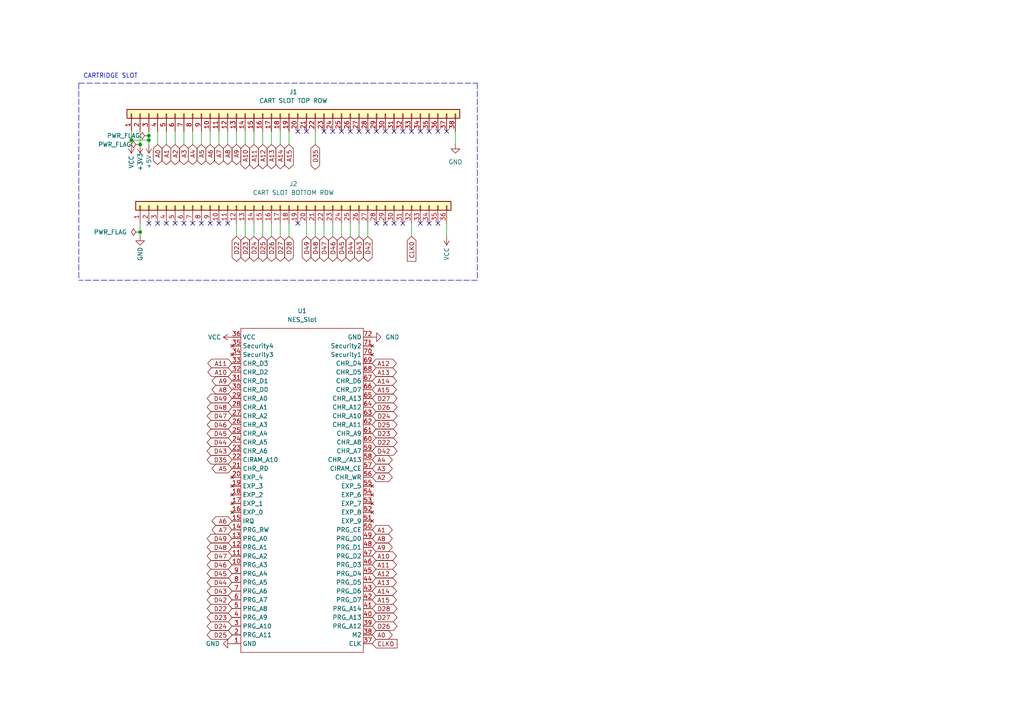
<source format=kicad_sch>
(kicad_sch (version 20210621) (generator eeschema)
  (paper "A4")
  (title_block (title "OSCR NES ADAPTER") (date "2021-11-15") (rev "V1"))
  (lib_symbols
    (symbol "Connector_Generic:Conn_01x36" (pin_names (offset 1.016) hide)
      (property "Reference" "J" (at 0 45.72 0))
      (property "Value" "Conn_01x36" (at 0 -48.26 0))
      (symbol "Conn_01x36_1_1"
        (rectangle (start -1.27 -45.593) (end 0 -45.847) (stroke (width 0.1524)))
        (rectangle (start -1.27 -43.053) (end 0 -43.307) (stroke (width 0.1524)))
        (rectangle (start -1.27 -40.513) (end 0 -40.767) (stroke (width 0.1524)))
        (rectangle (start -1.27 -37.973) (end 0 -38.227) (stroke (width 0.1524)))
        (rectangle (start -1.27 -35.433) (end 0 -35.687) (stroke (width 0.1524)))
        (rectangle (start -1.27 -32.893) (end 0 -33.147) (stroke (width 0.1524)))
        (rectangle (start -1.27 -30.353) (end 0 -30.607) (stroke (width 0.1524)))
        (rectangle (start -1.27 -27.813) (end 0 -28.067) (stroke (width 0.1524)))
        (rectangle (start -1.27 -25.273) (end 0 -25.527) (stroke (width 0.1524)))
        (rectangle (start -1.27 -22.733) (end 0 -22.987) (stroke (width 0.1524)))
        (rectangle (start -1.27 -20.193) (end 0 -20.447) (stroke (width 0.1524)))
        (rectangle (start -1.27 -17.653) (end 0 -17.907) (stroke (width 0.1524)))
        (rectangle (start -1.27 -15.113) (end 0 -15.367) (stroke (width 0.1524)))
        (rectangle (start -1.27 -12.573) (end 0 -12.827) (stroke (width 0.1524)))
        (rectangle (start -1.27 -10.033) (end 0 -10.287) (stroke (width 0.1524)))
        (rectangle (start -1.27 -7.493) (end 0 -7.747) (stroke (width 0.1524)))
        (rectangle (start -1.27 -4.953) (end 0 -5.207) (stroke (width 0.1524)))
        (rectangle (start -1.27 -2.413) (end 0 -2.667) (stroke (width 0.1524)))
        (rectangle (start -1.27 0.127) (end 0 -0.127) (stroke (width 0.1524)))
        (rectangle (start -1.27 2.667) (end 0 2.413) (stroke (width 0.1524)))
        (rectangle (start -1.27 5.207) (end 0 4.953) (stroke (width 0.1524)))
        (rectangle (start -1.27 7.747) (end 0 7.493) (stroke (width 0.1524)))
        (rectangle (start -1.27 10.287) (end 0 10.033) (stroke (width 0.1524)))
        (rectangle (start -1.27 12.827) (end 0 12.573) (stroke (width 0.1524)))
        (rectangle (start -1.27 15.367) (end 0 15.113) (stroke (width 0.1524)))
        (rectangle (start -1.27 17.907) (end 0 17.653) (stroke (width 0.1524)))
        (rectangle (start -1.27 20.447) (end 0 20.193) (stroke (width 0.1524)))
        (rectangle (start -1.27 22.987) (end 0 22.733) (stroke (width 0.1524)))
        (rectangle (start -1.27 25.527) (end 0 25.273) (stroke (width 0.1524)))
        (rectangle (start -1.27 28.067) (end 0 27.813) (stroke (width 0.1524)))
        (rectangle (start -1.27 30.607) (end 0 30.353) (stroke (width 0.1524)))
        (rectangle (start -1.27 33.147) (end 0 32.893) (stroke (width 0.1524)))
        (rectangle (start -1.27 35.687) (end 0 35.433) (stroke (width 0.1524)))
        (rectangle (start -1.27 38.227) (end 0 37.973) (stroke (width 0.1524)))
        (rectangle (start -1.27 40.767) (end 0 40.513) (stroke (width 0.1524)))
        (rectangle (start -1.27 43.307) (end 0 43.053) (stroke (width 0.1524)))
        (rectangle (start -1.27 44.45) (end 1.27 -46.99) (stroke (width 0.254)) (fill (type background)))
        (pin passive line (at -5.08 43.18 0) (length 3.81) (name "Pin_1") (number "1"))
        (pin passive line (at -5.08 20.32 0) (length 3.81) (name "Pin_10") (number "10"))
        (pin passive line (at -5.08 17.78 0) (length 3.81) (name "Pin_11") (number "11"))
        (pin passive line (at -5.08 15.24 0) (length 3.81) (name "Pin_12") (number "12"))
        (pin passive line (at -5.08 12.7 0) (length 3.81) (name "Pin_13") (number "13"))
        (pin passive line (at -5.08 10.16 0) (length 3.81) (name "Pin_14") (number "14"))
        (pin passive line (at -5.08 7.62 0) (length 3.81) (name "Pin_15") (number "15"))
        (pin passive line (at -5.08 5.08 0) (length 3.81) (name "Pin_16") (number "16"))
        (pin passive line (at -5.08 2.54 0) (length 3.81) (name "Pin_17") (number "17"))
        (pin passive line (at -5.08 0 0) (length 3.81) (name "Pin_18") (number "18"))
        (pin passive line (at -5.08 -2.54 0) (length 3.81) (name "Pin_19") (number "19"))
        (pin passive line (at -5.08 40.64 0) (length 3.81) (name "Pin_2") (number "2"))
        (pin passive line (at -5.08 -5.08 0) (length 3.81) (name "Pin_20") (number "20"))
        (pin passive line (at -5.08 -7.62 0) (length 3.81) (name "Pin_21") (number "21"))
        (pin passive line (at -5.08 -10.16 0) (length 3.81) (name "Pin_22") (number "22"))
        (pin passive line (at -5.08 -12.7 0) (length 3.81) (name "Pin_23") (number "23"))
        (pin passive line (at -5.08 -15.24 0) (length 3.81) (name "Pin_24") (number "24"))
        (pin passive line (at -5.08 -17.78 0) (length 3.81) (name "Pin_25") (number "25"))
        (pin passive line (at -5.08 -20.32 0) (length 3.81) (name "Pin_26") (number "26"))
        (pin passive line (at -5.08 -22.86 0) (length 3.81) (name "Pin_27") (number "27"))
        (pin passive line (at -5.08 -25.4 0) (length 3.81) (name "Pin_28") (number "28"))
        (pin passive line (at -5.08 -27.94 0) (length 3.81) (name "Pin_29") (number "29"))
        (pin passive line (at -5.08 38.1 0) (length 3.81) (name "Pin_3") (number "3"))
        (pin passive line (at -5.08 -30.48 0) (length 3.81) (name "Pin_30") (number "30"))
        (pin passive line (at -5.08 -33.02 0) (length 3.81) (name "Pin_31") (number "31"))
        (pin passive line (at -5.08 -35.56 0) (length 3.81) (name "Pin_32") (number "32"))
        (pin passive line (at -5.08 -38.1 0) (length 3.81) (name "Pin_33") (number "33"))
        (pin passive line (at -5.08 -40.64 0) (length 3.81) (name "Pin_34") (number "34"))
        (pin passive line (at -5.08 -43.18 0) (length 3.81) (name "Pin_35") (number "35"))
        (pin passive line (at -5.08 -45.72 0) (length 3.81) (name "Pin_36") (number "36"))
        (pin passive line (at -5.08 35.56 0) (length 3.81) (name "Pin_4") (number "4"))
        (pin passive line (at -5.08 33.02 0) (length 3.81) (name "Pin_5") (number "5"))
        (pin passive line (at -5.08 30.48 0) (length 3.81) (name "Pin_6") (number "6"))
        (pin passive line (at -5.08 27.94 0) (length 3.81) (name "Pin_7") (number "7"))
        (pin passive line (at -5.08 25.4 0) (length 3.81) (name "Pin_8") (number "8"))
        (pin passive line (at -5.08 22.86 0) (length 3.81) (name "Pin_9") (number "9"))
      )
    )
    (symbol "Connector_Generic:Conn_01x38" (pin_names (offset 1.016) hide)
      (property "Reference" "J" (at 0 48.26 0))
      (property "Value" "Conn_01x38" (at 0 -50.8 0))
      (symbol "Conn_01x38_1_1"
        (rectangle (start -1.27 -48.133) (end 0 -48.387) (stroke (width 0.1524)))
        (rectangle (start -1.27 -45.593) (end 0 -45.847) (stroke (width 0.1524)))
        (rectangle (start -1.27 -43.053) (end 0 -43.307) (stroke (width 0.1524)))
        (rectangle (start -1.27 -40.513) (end 0 -40.767) (stroke (width 0.1524)))
        (rectangle (start -1.27 -37.973) (end 0 -38.227) (stroke (width 0.1524)))
        (rectangle (start -1.27 -35.433) (end 0 -35.687) (stroke (width 0.1524)))
        (rectangle (start -1.27 -32.893) (end 0 -33.147) (stroke (width 0.1524)))
        (rectangle (start -1.27 -30.353) (end 0 -30.607) (stroke (width 0.1524)))
        (rectangle (start -1.27 -27.813) (end 0 -28.067) (stroke (width 0.1524)))
        (rectangle (start -1.27 -25.273) (end 0 -25.527) (stroke (width 0.1524)))
        (rectangle (start -1.27 -22.733) (end 0 -22.987) (stroke (width 0.1524)))
        (rectangle (start -1.27 -20.193) (end 0 -20.447) (stroke (width 0.1524)))
        (rectangle (start -1.27 -17.653) (end 0 -17.907) (stroke (width 0.1524)))
        (rectangle (start -1.27 -15.113) (end 0 -15.367) (stroke (width 0.1524)))
        (rectangle (start -1.27 -12.573) (end 0 -12.827) (stroke (width 0.1524)))
        (rectangle (start -1.27 -10.033) (end 0 -10.287) (stroke (width 0.1524)))
        (rectangle (start -1.27 -7.493) (end 0 -7.747) (stroke (width 0.1524)))
        (rectangle (start -1.27 -4.953) (end 0 -5.207) (stroke (width 0.1524)))
        (rectangle (start -1.27 -2.413) (end 0 -2.667) (stroke (width 0.1524)))
        (rectangle (start -1.27 0.127) (end 0 -0.127) (stroke (width 0.1524)))
        (rectangle (start -1.27 2.667) (end 0 2.413) (stroke (width 0.1524)))
        (rectangle (start -1.27 5.207) (end 0 4.953) (stroke (width 0.1524)))
        (rectangle (start -1.27 7.747) (end 0 7.493) (stroke (width 0.1524)))
        (rectangle (start -1.27 10.287) (end 0 10.033) (stroke (width 0.1524)))
        (rectangle (start -1.27 12.827) (end 0 12.573) (stroke (width 0.1524)))
        (rectangle (start -1.27 15.367) (end 0 15.113) (stroke (width 0.1524)))
        (rectangle (start -1.27 17.907) (end 0 17.653) (stroke (width 0.1524)))
        (rectangle (start -1.27 20.447) (end 0 20.193) (stroke (width 0.1524)))
        (rectangle (start -1.27 22.987) (end 0 22.733) (stroke (width 0.1524)))
        (rectangle (start -1.27 25.527) (end 0 25.273) (stroke (width 0.1524)))
        (rectangle (start -1.27 28.067) (end 0 27.813) (stroke (width 0.1524)))
        (rectangle (start -1.27 30.607) (end 0 30.353) (stroke (width 0.1524)))
        (rectangle (start -1.27 33.147) (end 0 32.893) (stroke (width 0.1524)))
        (rectangle (start -1.27 35.687) (end 0 35.433) (stroke (width 0.1524)))
        (rectangle (start -1.27 38.227) (end 0 37.973) (stroke (width 0.1524)))
        (rectangle (start -1.27 40.767) (end 0 40.513) (stroke (width 0.1524)))
        (rectangle (start -1.27 43.307) (end 0 43.053) (stroke (width 0.1524)))
        (rectangle (start -1.27 45.847) (end 0 45.593) (stroke (width 0.1524)))
        (rectangle (start -1.27 46.99) (end 1.27 -49.53) (stroke (width 0.254)) (fill (type background)))
        (pin passive line (at -5.08 45.72 0) (length 3.81) (name "Pin_1") (number "1"))
        (pin passive line (at -5.08 22.86 0) (length 3.81) (name "Pin_10") (number "10"))
        (pin passive line (at -5.08 20.32 0) (length 3.81) (name "Pin_11") (number "11"))
        (pin passive line (at -5.08 17.78 0) (length 3.81) (name "Pin_12") (number "12"))
        (pin passive line (at -5.08 15.24 0) (length 3.81) (name "Pin_13") (number "13"))
        (pin passive line (at -5.08 12.7 0) (length 3.81) (name "Pin_14") (number "14"))
        (pin passive line (at -5.08 10.16 0) (length 3.81) (name "Pin_15") (number "15"))
        (pin passive line (at -5.08 7.62 0) (length 3.81) (name "Pin_16") (number "16"))
        (pin passive line (at -5.08 5.08 0) (length 3.81) (name "Pin_17") (number "17"))
        (pin passive line (at -5.08 2.54 0) (length 3.81) (name "Pin_18") (number "18"))
        (pin passive line (at -5.08 0 0) (length 3.81) (name "Pin_19") (number "19"))
        (pin passive line (at -5.08 43.18 0) (length 3.81) (name "Pin_2") (number "2"))
        (pin passive line (at -5.08 -2.54 0) (length 3.81) (name "Pin_20") (number "20"))
        (pin passive line (at -5.08 -5.08 0) (length 3.81) (name "Pin_21") (number "21"))
        (pin passive line (at -5.08 -7.62 0) (length 3.81) (name "Pin_22") (number "22"))
        (pin passive line (at -5.08 -10.16 0) (length 3.81) (name "Pin_23") (number "23"))
        (pin passive line (at -5.08 -12.7 0) (length 3.81) (name "Pin_24") (number "24"))
        (pin passive line (at -5.08 -15.24 0) (length 3.81) (name "Pin_25") (number "25"))
        (pin passive line (at -5.08 -17.78 0) (length 3.81) (name "Pin_26") (number "26"))
        (pin passive line (at -5.08 -20.32 0) (length 3.81) (name "Pin_27") (number "27"))
        (pin passive line (at -5.08 -22.86 0) (length 3.81) (name "Pin_28") (number "28"))
        (pin passive line (at -5.08 -25.4 0) (length 3.81) (name "Pin_29") (number "29"))
        (pin passive line (at -5.08 40.64 0) (length 3.81) (name "Pin_3") (number "3"))
        (pin passive line (at -5.08 -27.94 0) (length 3.81) (name "Pin_30") (number "30"))
        (pin passive line (at -5.08 -30.48 0) (length 3.81) (name "Pin_31") (number "31"))
        (pin passive line (at -5.08 -33.02 0) (length 3.81) (name "Pin_32") (number "32"))
        (pin passive line (at -5.08 -35.56 0) (length 3.81) (name "Pin_33") (number "33"))
        (pin passive line (at -5.08 -38.1 0) (length 3.81) (name "Pin_34") (number "34"))
        (pin passive line (at -5.08 -40.64 0) (length 3.81) (name "Pin_35") (number "35"))
        (pin passive line (at -5.08 -43.18 0) (length 3.81) (name "Pin_36") (number "36"))
        (pin passive line (at -5.08 -45.72 0) (length 3.81) (name "Pin_37") (number "37"))
        (pin passive line (at -5.08 -48.26 0) (length 3.81) (name "Pin_38") (number "38"))
        (pin passive line (at -5.08 38.1 0) (length 3.81) (name "Pin_4") (number "4"))
        (pin passive line (at -5.08 35.56 0) (length 3.81) (name "Pin_5") (number "5"))
        (pin passive line (at -5.08 33.02 0) (length 3.81) (name "Pin_6") (number "6"))
        (pin passive line (at -5.08 30.48 0) (length 3.81) (name "Pin_7") (number "7"))
        (pin passive line (at -5.08 27.94 0) (length 3.81) (name "Pin_8") (number "8"))
        (pin passive line (at -5.08 25.4 0) (length 3.81) (name "Pin_9") (number "9"))
      )
    )
    (symbol "power:+3.3V" (power) (pin_names (offset 0))
      (property "Value" "+3.3V" (at 0 3.556 0))
      (symbol "+3.3V_0_1"
        (polyline (pts (xy -0.762 1.27) (xy 0 2.54)))
        (polyline (pts (xy 0 0) (xy 0 2.54)))
        (polyline (pts (xy 0 2.54) (xy 0.762 1.27)))
      )
      (symbol "+3.3V_1_1"
        (pin power_in line (at 0 0 90) (length 0) hide (name "+3V3") (number "1"))
      )
    )
    (symbol "power:+5V" (power) (pin_names (offset 0))
      (property "Value" "+5V" (at 0 3.556 0))
      (symbol "+5V_0_1"
        (polyline (pts (xy -0.762 1.27) (xy 0 2.54)))
        (polyline (pts (xy 0 0) (xy 0 2.54)))
        (polyline (pts (xy 0 2.54) (xy 0.762 1.27)))
      )
      (symbol "+5V_1_1"
        (pin power_in line (at 0 0 90) (length 0) hide (name "+5V") (number "1"))
      )
    )
    (symbol "power:GND" (power) (pin_names (offset 0))
      (property "Value" "GND" (at 0 -3.81 0))
      (symbol "GND_0_1"
        (polyline (pts (xy 0 0) (xy 0 -1.27) (xy 1.27 -1.27) (xy 0 -2.54) (xy -1.27 -1.27) (xy 0 -1.27)))
      )
      (symbol "GND_1_1"
        (pin power_in line (at 0 0 270) (length 0) hide (name "GND") (number "1"))
      )
    )
    (symbol "power:PWR_FLAG" (power) (pin_numbers hide) (pin_names (offset 0) hide)
      (property "Value" "PWR_FLAG" (at 0 3.81 0))
      (symbol "PWR_FLAG_0_0"
        (pin power_out line (at 0 0 90) (length 0) (name "pwr") (number "1"))
      )
      (symbol "PWR_FLAG_0_1"
        (polyline (pts (xy 0 0) (xy 0 1.27) (xy -1.016 1.905) (xy 0 2.54) (xy 1.016 1.905) (xy 0 1.27)))
      )
    )
    (symbol "power:VCC" (power) (pin_names (offset 0))
      (property "Value" "VCC" (at 0 3.81 0))
      (symbol "VCC_0_1"
        (polyline (pts (xy -0.762 1.27) (xy 0 2.54)))
        (polyline (pts (xy 0 0) (xy 0 2.54)))
        (polyline (pts (xy 0 2.54) (xy 0.762 1.27)))
      )
      (symbol "VCC_1_1"
        (pin power_in line (at 0 0 90) (length 0) hide (name "VCC") (number "1"))
      )
    )
    (symbol "sanni:NES_Slot"
      (property "Reference" "U" (at -16.51 44.45 0))
      (property "Value" "NES_Slot" (at -12.7 41.91 0))
      (symbol "NES_Slot_0_1"
        (rectangle (start -16.51 39.37) (end 19.05 -54.61) (stroke (width 0.1524)))
      )
      (symbol "NES_Slot_1_1"
        (pin power_in line (at -19.05 -52.07 0) (length 2.54) (name "GND") (number "1"))
        (pin input line (at -19.05 -29.21 0) (length 2.54) (name "PRG_A3") (number "10"))
        (pin input line (at -19.05 -26.67 0) (length 2.54) (name "PRG_A2") (number "11"))
        (pin input line (at -19.05 -24.13 0) (length 2.54) (name "PRG_A1") (number "12"))
        (pin input line (at -19.05 -21.59 0) (length 2.54) (name "PRG_A0") (number "13"))
        (pin input line (at -19.05 -19.05 0) (length 2.54) (name "PRG_RW") (number "14"))
        (pin input line (at -19.05 -16.51 0) (length 2.54) (name "IRQ") (number "15"))
        (pin no_connect line (at -19.05 -13.97 0) (length 2.54) (name "EXP_0") (number "16"))
        (pin no_connect line (at -19.05 -11.43 0) (length 2.54) (name "EXP_1") (number "17"))
        (pin no_connect line (at -19.05 -8.89 0) (length 2.54) (name "EXP_2") (number "18"))
        (pin no_connect line (at -19.05 -6.35 0) (length 2.54) (name "EXP_3") (number "19"))
        (pin input line (at -19.05 -49.53 0) (length 2.54) (name "PRG_A11") (number "2"))
        (pin no_connect line (at -19.05 -3.81 0) (length 2.54) (name "EXP_4") (number "20"))
        (pin input line (at -19.05 -1.27 0) (length 2.54) (name "CHR_RD") (number "21"))
        (pin input line (at -19.05 1.27 0) (length 2.54) (name "CIRAM_A10") (number "22"))
        (pin input line (at -19.05 3.81 0) (length 2.54) (name "CHR_A6") (number "23"))
        (pin input line (at -19.05 6.35 0) (length 2.54) (name "CHR_A5") (number "24"))
        (pin input line (at -19.05 8.89 0) (length 2.54) (name "CHR_A4") (number "25"))
        (pin input line (at -19.05 11.43 0) (length 2.54) (name "CHR_A3") (number "26"))
        (pin input line (at -19.05 13.97 0) (length 2.54) (name "CHR_A2") (number "27"))
        (pin input line (at -19.05 16.51 0) (length 2.54) (name "CHR_A1") (number "28"))
        (pin input line (at -19.05 19.05 0) (length 2.54) (name "CHR_A0") (number "29"))
        (pin input line (at -19.05 -46.99 0) (length 2.54) (name "PRG_A10") (number "3"))
        (pin bidirectional line (at -19.05 21.59 0) (length 2.54) (name "CHR_D0") (number "30"))
        (pin bidirectional line (at -19.05 24.13 0) (length 2.54) (name "CHR_D1") (number "31"))
        (pin bidirectional line (at -19.05 26.67 0) (length 2.54) (name "CHR_D2") (number "32"))
        (pin bidirectional line (at -19.05 29.21 0) (length 2.54) (name "CHR_D3") (number "33"))
        (pin no_connect line (at -19.05 31.75 0) (length 2.54) (name "Security3") (number "34"))
        (pin no_connect line (at -19.05 34.29 0) (length 2.54) (name "Security4") (number "35"))
        (pin power_in line (at -19.05 36.83 0) (length 2.54) (name "VCC") (number "36"))
        (pin input line (at 21.59 -52.07 180) (length 2.54) (name "CLK") (number "37"))
        (pin input line (at 21.59 -49.53 180) (length 2.54) (name "M2") (number "38"))
        (pin input line (at 21.59 -46.99 180) (length 2.54) (name "PRG_A12") (number "39"))
        (pin input line (at -19.05 -44.45 0) (length 2.54) (name "PRG_A9") (number "4"))
        (pin input line (at 21.59 -44.45 180) (length 2.54) (name "PRG_A13") (number "40"))
        (pin input line (at 21.59 -41.91 180) (length 2.54) (name "PRG_A14") (number "41"))
        (pin bidirectional line (at 21.59 -39.37 180) (length 2.54) (name "PRG_D7") (number "42"))
        (pin bidirectional line (at 21.59 -36.83 180) (length 2.54) (name "PRG_D6") (number "43"))
        (pin bidirectional line (at 21.59 -34.29 180) (length 2.54) (name "PRG_D5") (number "44"))
        (pin bidirectional line (at 21.59 -31.75 180) (length 2.54) (name "PRG_D4") (number "45"))
        (pin bidirectional line (at 21.59 -29.21 180) (length 2.54) (name "PRG_D3") (number "46"))
        (pin bidirectional line (at 21.59 -26.67 180) (length 2.54) (name "PRG_D2") (number "47"))
        (pin bidirectional line (at 21.59 -24.13 180) (length 2.54) (name "PRG_D1") (number "48"))
        (pin bidirectional line (at 21.59 -21.59 180) (length 2.54) (name "PRG_D0") (number "49"))
        (pin input line (at -19.05 -41.91 0) (length 2.54) (name "PRG_A8") (number "5"))
        (pin input line (at 21.59 -19.05 180) (length 2.54) (name "PRG_CE") (number "50"))
        (pin no_connect line (at 21.59 -16.51 180) (length 2.54) (name "EXP_9") (number "51"))
        (pin no_connect line (at 21.59 -13.97 180) (length 2.54) (name "EXP_8") (number "52"))
        (pin no_connect line (at 21.59 -11.43 180) (length 2.54) (name "EXP_7") (number "53"))
        (pin no_connect line (at 21.59 -8.89 180) (length 2.54) (name "EXP_6") (number "54"))
        (pin no_connect line (at 21.59 -6.35 180) (length 2.54) (name "EXP_5") (number "55"))
        (pin input line (at 21.59 -3.81 180) (length 2.54) (name "CHR_WR") (number "56"))
        (pin input line (at 21.59 -1.27 180) (length 2.54) (name "CIRAM_CE") (number "57"))
        (pin input line (at 21.59 1.27 180) (length 2.54) (name "CHR_/A13") (number "58"))
        (pin bidirectional line (at 21.59 3.81 180) (length 2.54) (name "CHR_A7") (number "59"))
        (pin input line (at -19.05 -39.37 0) (length 2.54) (name "PRG_A7") (number "6"))
        (pin input line (at 21.59 6.35 180) (length 2.54) (name "CHR_A8") (number "60"))
        (pin input line (at 21.59 8.89 180) (length 2.54) (name "CHR_A9") (number "61"))
        (pin input line (at 21.59 11.43 180) (length 2.54) (name "CHR_A11") (number "62"))
        (pin input line (at 21.59 13.97 180) (length 2.54) (name "CHR_A10") (number "63"))
        (pin input line (at 21.59 16.51 180) (length 2.54) (name "CHR_A12") (number "64"))
        (pin input line (at 21.59 19.05 180) (length 2.54) (name "CHR_A13") (number "65"))
        (pin bidirectional line (at 21.59 21.59 180) (length 2.54) (name "CHR_D7") (number "66"))
        (pin bidirectional line (at 21.59 24.13 180) (length 2.54) (name "CHR_D6") (number "67"))
        (pin bidirectional line (at 21.59 26.67 180) (length 2.54) (name "CHR_D5") (number "68"))
        (pin bidirectional line (at 21.59 29.21 180) (length 2.54) (name "CHR_D4") (number "69"))
        (pin input line (at -19.05 -36.83 0) (length 2.54) (name "PRG_A6") (number "7"))
        (pin no_connect line (at 21.59 31.75 180) (length 2.54) (name "Security1") (number "70"))
        (pin no_connect line (at 21.59 34.29 180) (length 2.54) (name "Security2") (number "71"))
        (pin power_in line (at 21.59 36.83 180) (length 2.54) (name "GND") (number "72"))
        (pin input line (at -19.05 -34.29 0) (length 2.54) (name "PRG_A5") (number "8"))
        (pin input line (at -19.05 -31.75 0) (length 2.54) (name "PRG_A4") (number "9"))
      )
    )
  )
  (junction (at 38.1 40.64))
  (junction (at 40.64 41.91))
  (junction (at 40.64 67.31))
  (junction (at 43.18 39.37))
  (junction (at 43.18 40.64))
  (no_connect (at 43.18 64.77))
  (no_connect (at 45.72 64.77))
  (no_connect (at 48.26 64.77))
  (no_connect (at 50.8 64.77))
  (no_connect (at 53.34 64.77))
  (no_connect (at 55.88 64.77))
  (no_connect (at 58.42 64.77))
  (no_connect (at 60.96 64.77))
  (no_connect (at 63.5 64.77))
  (no_connect (at 66.04 64.77))
  (no_connect (at 86.36 38.1))
  (no_connect (at 86.36 64.77))
  (no_connect (at 88.9 38.1))
  (no_connect (at 93.98 38.1))
  (no_connect (at 96.52 38.1))
  (no_connect (at 99.06 38.1))
  (no_connect (at 101.6 38.1))
  (no_connect (at 104.14 38.1))
  (no_connect (at 106.68 38.1))
  (no_connect (at 109.22 38.1))
  (no_connect (at 109.22 64.77))
  (no_connect (at 111.76 38.1))
  (no_connect (at 111.76 64.77))
  (no_connect (at 114.3 38.1))
  (no_connect (at 114.3 64.77))
  (no_connect (at 116.84 38.1))
  (no_connect (at 116.84 64.77))
  (no_connect (at 119.38 38.1))
  (no_connect (at 121.92 38.1))
  (no_connect (at 121.92 64.77))
  (no_connect (at 124.46 38.1))
  (no_connect (at 124.46 64.77))
  (no_connect (at 127 38.1))
  (no_connect (at 127 64.77))
  (no_connect (at 129.54 38.1))
  (wire (pts (xy 38.1 38.1) (xy 38.1 40.64)))
  (wire (pts (xy 38.1 40.64) (xy 38.1 41.91)))
  (wire (pts (xy 38.1 40.64) (xy 43.18 40.64)))
  (wire (pts (xy 40.64 38.1) (xy 40.64 41.91)))
  (wire (pts (xy 40.64 64.77) (xy 40.64 67.31)))
  (wire (pts (xy 40.64 67.31) (xy 40.64 68.58)))
  (wire (pts (xy 43.18 38.1) (xy 43.18 39.37)))
  (wire (pts (xy 43.18 39.37) (xy 43.18 40.64)))
  (wire (pts (xy 43.18 40.64) (xy 43.18 41.91)))
  (wire (pts (xy 45.72 38.1) (xy 45.72 41.91)))
  (wire (pts (xy 48.26 38.1) (xy 48.26 41.91)))
  (wire (pts (xy 50.8 38.1) (xy 50.8 41.91)))
  (wire (pts (xy 53.34 38.1) (xy 53.34 41.91)))
  (wire (pts (xy 55.88 38.1) (xy 55.88 41.91)))
  (wire (pts (xy 58.42 38.1) (xy 58.42 41.91)))
  (wire (pts (xy 60.96 38.1) (xy 60.96 41.91)))
  (wire (pts (xy 63.5 38.1) (xy 63.5 41.91)))
  (wire (pts (xy 66.04 38.1) (xy 66.04 41.91)))
  (wire (pts (xy 68.58 38.1) (xy 68.58 41.91)))
  (wire (pts (xy 68.58 64.77) (xy 68.58 68.58)))
  (wire (pts (xy 71.12 38.1) (xy 71.12 41.91)))
  (wire (pts (xy 71.12 64.77) (xy 71.12 68.58)))
  (wire (pts (xy 73.66 38.1) (xy 73.66 41.91)))
  (wire (pts (xy 73.66 64.77) (xy 73.66 68.58)))
  (wire (pts (xy 76.2 38.1) (xy 76.2 41.91)))
  (wire (pts (xy 76.2 64.77) (xy 76.2 68.58)))
  (wire (pts (xy 78.74 38.1) (xy 78.74 41.91)))
  (wire (pts (xy 78.74 64.77) (xy 78.74 68.58)))
  (wire (pts (xy 81.28 38.1) (xy 81.28 41.91)))
  (wire (pts (xy 81.28 64.77) (xy 81.28 68.58)))
  (wire (pts (xy 83.82 38.1) (xy 83.82 41.91)))
  (wire (pts (xy 83.82 64.77) (xy 83.82 68.58)))
  (wire (pts (xy 88.9 64.77) (xy 88.9 68.58)))
  (wire (pts (xy 91.44 38.1) (xy 91.44 41.91)))
  (wire (pts (xy 91.44 64.77) (xy 91.44 68.58)))
  (wire (pts (xy 93.98 64.77) (xy 93.98 68.58)))
  (wire (pts (xy 96.52 64.77) (xy 96.52 68.58)))
  (wire (pts (xy 99.06 64.77) (xy 99.06 68.58)))
  (wire (pts (xy 101.6 64.77) (xy 101.6 68.58)))
  (wire (pts (xy 104.14 64.77) (xy 104.14 68.58)))
  (wire (pts (xy 106.68 64.77) (xy 106.68 68.58)))
  (wire (pts (xy 119.38 64.77) (xy 119.38 68.58)))
  (wire (pts (xy 129.54 64.77) (xy 129.54 68.58)))
  (wire (pts (xy 132.08 38.1) (xy 132.08 41.91)))
  (polyline (pts (xy 22.86 24.13) (xy 22.86 81.28)))
  (polyline (pts (xy 22.86 24.13) (xy 138.43 24.13)))
  (polyline (pts (xy 138.43 24.13) (xy 138.43 81.28)))
  (polyline (pts (xy 138.43 81.28) (xy 22.86 81.28)))
  (text "CARTRIDGE SLOT" (at 24.13 22.86 0) (effects (font (size 1.27 1.27)) (justify left bottom)))
  (global_label "A0" (shape bidirectional) (at 45.72 41.91 270) (property "Intersheet References" "${INTERSHEET_REFS}" (effects hide)))
  (global_label "A1" (shape bidirectional) (at 48.26 41.91 270) (property "Intersheet References" "${INTERSHEET_REFS}" (effects hide)))
  (global_label "A2" (shape bidirectional) (at 50.8 41.91 270) (property "Intersheet References" "${INTERSHEET_REFS}" (effects hide)))
  (global_label "A3" (shape bidirectional) (at 53.34 41.91 270) (property "Intersheet References" "${INTERSHEET_REFS}" (effects hide)))
  (global_label "A4" (shape bidirectional) (at 55.88 41.91 270) (property "Intersheet References" "${INTERSHEET_REFS}" (effects hide)))
  (global_label "A5" (shape bidirectional) (at 58.42 41.91 270) (property "Intersheet References" "${INTERSHEET_REFS}" (effects hide)))
  (global_label "A6" (shape bidirectional) (at 60.96 41.91 270) (property "Intersheet References" "${INTERSHEET_REFS}" (effects hide)))
  (global_label "A7" (shape bidirectional) (at 63.5 41.91 270) (property "Intersheet References" "${INTERSHEET_REFS}" (effects hide)))
  (global_label "A8" (shape bidirectional) (at 66.04 41.91 270) (property "Intersheet References" "${INTERSHEET_REFS}" (effects hide)))
  (global_label "A11" (shape bidirectional) (at 67.31 105.41 180) (property "Intersheet References" "${INTERSHEET_REFS}" (effects hide)))
  (global_label "A10" (shape bidirectional) (at 67.31 107.95 180) (property "Intersheet References" "${INTERSHEET_REFS}" (effects hide)))
  (global_label "A9" (shape bidirectional) (at 67.31 110.49 180) (property "Intersheet References" "${INTERSHEET_REFS}" (effects hide)))
  (global_label "A8" (shape bidirectional) (at 67.31 113.03 180) (property "Intersheet References" "${INTERSHEET_REFS}" (effects hide)))
  (global_label "D49" (shape bidirectional) (at 67.31 115.57 180) (property "Intersheet References" "${INTERSHEET_REFS}" (effects hide)))
  (global_label "D48" (shape bidirectional) (at 67.31 118.11 180) (property "Intersheet References" "${INTERSHEET_REFS}" (effects hide)))
  (global_label "D47" (shape bidirectional) (at 67.31 120.65 180) (property "Intersheet References" "${INTERSHEET_REFS}" (effects hide)))
  (global_label "D46" (shape bidirectional) (at 67.31 123.19 180) (property "Intersheet References" "${INTERSHEET_REFS}" (effects hide)))
  (global_label "D45" (shape bidirectional) (at 67.31 125.73 180) (property "Intersheet References" "${INTERSHEET_REFS}" (effects hide)))
  (global_label "D44" (shape bidirectional) (at 67.31 128.27 180) (property "Intersheet References" "${INTERSHEET_REFS}" (effects hide)))
  (global_label "D43" (shape bidirectional) (at 67.31 130.81 180) (property "Intersheet References" "${INTERSHEET_REFS}" (effects hide)))
  (global_label "D35" (shape bidirectional) (at 67.31 133.35 180) (property "Intersheet References" "${INTERSHEET_REFS}" (effects hide)))
  (global_label "A5" (shape bidirectional) (at 67.31 135.89 180) (property "Intersheet References" "${INTERSHEET_REFS}" (effects hide)))
  (global_label "A6" (shape bidirectional) (at 67.31 151.13 180) (property "Intersheet References" "${INTERSHEET_REFS}" (effects hide)))
  (global_label "A7" (shape bidirectional) (at 67.31 153.67 180) (property "Intersheet References" "${INTERSHEET_REFS}" (effects hide)))
  (global_label "D49" (shape bidirectional) (at 67.31 156.21 180) (property "Intersheet References" "${INTERSHEET_REFS}" (effects hide)))
  (global_label "D48" (shape bidirectional) (at 67.31 158.75 180) (property "Intersheet References" "${INTERSHEET_REFS}" (effects hide)))
  (global_label "D47" (shape bidirectional) (at 67.31 161.29 180) (property "Intersheet References" "${INTERSHEET_REFS}" (effects hide)))
  (global_label "D46" (shape bidirectional) (at 67.31 163.83 180) (property "Intersheet References" "${INTERSHEET_REFS}" (effects hide)))
  (global_label "D45" (shape bidirectional) (at 67.31 166.37 180) (property "Intersheet References" "${INTERSHEET_REFS}" (effects hide)))
  (global_label "D44" (shape bidirectional) (at 67.31 168.91 180) (property "Intersheet References" "${INTERSHEET_REFS}" (effects hide)))
  (global_label "D43" (shape bidirectional) (at 67.31 171.45 180) (property "Intersheet References" "${INTERSHEET_REFS}" (effects hide)))
  (global_label "D42" (shape bidirectional) (at 67.31 173.99 180) (property "Intersheet References" "${INTERSHEET_REFS}" (effects hide)))
  (global_label "D22" (shape bidirectional) (at 67.31 176.53 180) (property "Intersheet References" "${INTERSHEET_REFS}" (effects hide)))
  (global_label "D23" (shape bidirectional) (at 67.31 179.07 180) (property "Intersheet References" "${INTERSHEET_REFS}" (effects hide)))
  (global_label "D24" (shape bidirectional) (at 67.31 181.61 180) (property "Intersheet References" "${INTERSHEET_REFS}" (effects hide)))
  (global_label "D25" (shape bidirectional) (at 67.31 184.15 180) (property "Intersheet References" "${INTERSHEET_REFS}" (effects hide)))
  (global_label "A9" (shape bidirectional) (at 68.58 41.91 270) (property "Intersheet References" "${INTERSHEET_REFS}" (effects hide)))
  (global_label "D22" (shape bidirectional) (at 68.58 68.58 270) (property "Intersheet References" "${INTERSHEET_REFS}" (effects hide)))
  (global_label "A10" (shape bidirectional) (at 71.12 41.91 270) (property "Intersheet References" "${INTERSHEET_REFS}" (effects hide)))
  (global_label "D23" (shape bidirectional) (at 71.12 68.58 270) (property "Intersheet References" "${INTERSHEET_REFS}" (effects hide)))
  (global_label "A11" (shape bidirectional) (at 73.66 41.91 270) (property "Intersheet References" "${INTERSHEET_REFS}" (effects hide)))
  (global_label "D24" (shape bidirectional) (at 73.66 68.58 270) (property "Intersheet References" "${INTERSHEET_REFS}" (effects hide)))
  (global_label "A12" (shape bidirectional) (at 76.2 41.91 270) (property "Intersheet References" "${INTERSHEET_REFS}" (effects hide)))
  (global_label "D25" (shape bidirectional) (at 76.2 68.58 270) (property "Intersheet References" "${INTERSHEET_REFS}" (effects hide)))
  (global_label "A13" (shape bidirectional) (at 78.74 41.91 270) (property "Intersheet References" "${INTERSHEET_REFS}" (effects hide)))
  (global_label "D26" (shape bidirectional) (at 78.74 68.58 270) (property "Intersheet References" "${INTERSHEET_REFS}" (effects hide)))
  (global_label "A14" (shape bidirectional) (at 81.28 41.91 270) (property "Intersheet References" "${INTERSHEET_REFS}" (effects hide)))
  (global_label "D27" (shape bidirectional) (at 81.28 68.58 270) (property "Intersheet References" "${INTERSHEET_REFS}" (effects hide)))
  (global_label "A15" (shape bidirectional) (at 83.82 41.91 270) (property "Intersheet References" "${INTERSHEET_REFS}" (effects hide)))
  (global_label "D28" (shape bidirectional) (at 83.82 68.58 270) (property "Intersheet References" "${INTERSHEET_REFS}" (effects hide)))
  (global_label "D49" (shape bidirectional) (at 88.9 68.58 270) (property "Intersheet References" "${INTERSHEET_REFS}" (effects hide)))
  (global_label "D35" (shape bidirectional) (at 91.44 41.91 270) (property "Intersheet References" "${INTERSHEET_REFS}" (effects hide)))
  (global_label "D48" (shape bidirectional) (at 91.44 68.58 270) (property "Intersheet References" "${INTERSHEET_REFS}" (effects hide)))
  (global_label "D47" (shape bidirectional) (at 93.98 68.58 270) (property "Intersheet References" "${INTERSHEET_REFS}" (effects hide)))
  (global_label "D46" (shape bidirectional) (at 96.52 68.58 270) (property "Intersheet References" "${INTERSHEET_REFS}" (effects hide)))
  (global_label "D45" (shape bidirectional) (at 99.06 68.58 270) (property "Intersheet References" "${INTERSHEET_REFS}" (effects hide)))
  (global_label "D44" (shape bidirectional) (at 101.6 68.58 270) (property "Intersheet References" "${INTERSHEET_REFS}" (effects hide)))
  (global_label "D43" (shape bidirectional) (at 104.14 68.58 270) (property "Intersheet References" "${INTERSHEET_REFS}" (effects hide)))
  (global_label "D42" (shape bidirectional) (at 106.68 68.58 270) (property "Intersheet References" "${INTERSHEET_REFS}" (effects hide)))
  (global_label "A12" (shape bidirectional) (at 107.95 105.41 0) (property "Intersheet References" "${INTERSHEET_REFS}" (effects hide)))
  (global_label "A13" (shape bidirectional) (at 107.95 107.95 0) (property "Intersheet References" "${INTERSHEET_REFS}" (effects hide)))
  (global_label "A14" (shape bidirectional) (at 107.95 110.49 0) (property "Intersheet References" "${INTERSHEET_REFS}" (effects hide)))
  (global_label "A15" (shape bidirectional) (at 107.95 113.03 0) (property "Intersheet References" "${INTERSHEET_REFS}" (effects hide)))
  (global_label "D27" (shape bidirectional) (at 107.95 115.57 0) (property "Intersheet References" "${INTERSHEET_REFS}" (effects hide)))
  (global_label "D26" (shape bidirectional) (at 107.95 118.11 0) (property "Intersheet References" "${INTERSHEET_REFS}" (effects hide)))
  (global_label "D24" (shape bidirectional) (at 107.95 120.65 0) (property "Intersheet References" "${INTERSHEET_REFS}" (effects hide)))
  (global_label "D25" (shape bidirectional) (at 107.95 123.19 0) (property "Intersheet References" "${INTERSHEET_REFS}" (effects hide)))
  (global_label "D23" (shape bidirectional) (at 107.95 125.73 0) (property "Intersheet References" "${INTERSHEET_REFS}" (effects hide)))
  (global_label "D22" (shape bidirectional) (at 107.95 128.27 0) (property "Intersheet References" "${INTERSHEET_REFS}" (effects hide)))
  (global_label "D42" (shape bidirectional) (at 107.95 130.81 0) (property "Intersheet References" "${INTERSHEET_REFS}" (effects hide)))
  (global_label "A4" (shape bidirectional) (at 107.95 133.35 0) (property "Intersheet References" "${INTERSHEET_REFS}" (effects hide)))
  (global_label "A3" (shape bidirectional) (at 107.95 135.89 0) (property "Intersheet References" "${INTERSHEET_REFS}" (effects hide)))
  (global_label "A2" (shape bidirectional) (at 107.95 138.43 0) (property "Intersheet References" "${INTERSHEET_REFS}" (effects hide)))
  (global_label "A1" (shape bidirectional) (at 107.95 153.67 0) (property "Intersheet References" "${INTERSHEET_REFS}" (effects hide)))
  (global_label "A8" (shape bidirectional) (at 107.95 156.21 0) (property "Intersheet References" "${INTERSHEET_REFS}" (effects hide)))
  (global_label "A9" (shape bidirectional) (at 107.95 158.75 0) (property "Intersheet References" "${INTERSHEET_REFS}" (effects hide)))
  (global_label "A10" (shape bidirectional) (at 107.95 161.29 0) (property "Intersheet References" "${INTERSHEET_REFS}" (effects hide)))
  (global_label "A11" (shape bidirectional) (at 107.95 163.83 0) (property "Intersheet References" "${INTERSHEET_REFS}" (effects hide)))
  (global_label "A12" (shape bidirectional) (at 107.95 166.37 0) (property "Intersheet References" "${INTERSHEET_REFS}" (effects hide)))
  (global_label "A13" (shape bidirectional) (at 107.95 168.91 0) (property "Intersheet References" "${INTERSHEET_REFS}" (effects hide)))
  (global_label "A14" (shape bidirectional) (at 107.95 171.45 0) (property "Intersheet References" "${INTERSHEET_REFS}" (effects hide)))
  (global_label "A15" (shape bidirectional) (at 107.95 173.99 0) (property "Intersheet References" "${INTERSHEET_REFS}" (effects hide)))
  (global_label "D28" (shape bidirectional) (at 107.95 176.53 0) (property "Intersheet References" "${INTERSHEET_REFS}" (effects hide)))
  (global_label "D27" (shape bidirectional) (at 107.95 179.07 0) (property "Intersheet References" "${INTERSHEET_REFS}" (effects hide)))
  (global_label "D26" (shape bidirectional) (at 107.95 181.61 0) (property "Intersheet References" "${INTERSHEET_REFS}" (effects hide)))
  (global_label "A0" (shape bidirectional) (at 107.95 184.15 0) (property "Intersheet References" "${INTERSHEET_REFS}" (effects hide)))
  (global_label "CLK0" (shape input) (at 107.95 186.69 0) (property "Intersheet References" "${INTERSHEET_REFS}" (effects hide)))
  (global_label "CLK0" (shape input) (at 119.38 68.58 270) (property "Intersheet References" "${INTERSHEET_REFS}" (effects hide)))
  (symbol (lib_id "power:VCC") (at 38.1 41.91 180) (unit 1)
    (property "Reference" "#PWR013" (effects hide))
    (property "Value" "VCC" (at 38.1 46.99 90))
  )
  (symbol (lib_id "power:+3.3V") (at 40.64 41.91 180) (unit 1)
    (property "Reference" "#PWR014" (effects hide))
    (property "Value" "+3.3V" (at 40.64 46.99 90))
  )
  (symbol (lib_id "power:+5V") (at 43.18 41.91 180) (unit 1)
    (property "Reference" "#PWR015" (effects hide))
    (property "Value" "+5V" (at 43.18 46.99 90))
  )
  (symbol (lib_id "power:VCC") (at 67.31 97.79 90) (unit 1)
    (property "Reference" "#PWR0101" (effects hide))
    (property "Value" "VCC" (at 62.23 97.79 90))
  )
  (symbol (lib_id "power:VCC") (at 129.54 68.58 180) (unit 1)
    (property "Reference" "#PWR02" (effects hide))
    (property "Value" "VCC" (at 129.54 73.66 90))
  )
  (symbol (lib_id "power:PWR_FLAG") (at 40.64 41.91 90) (unit 1)
    (property "Reference" "#FLG0102" (effects hide))
    (property "Value" "PWR_FLAG" (at 38.1 41.9101 90) (effects (justify left)))
  )
  (symbol (lib_id "power:PWR_FLAG") (at 40.64 67.31 90) (unit 1)
    (property "Reference" "#FLG01" (effects hide))
    (property "Value" "PWR_FLAG" (at 36.83 67.3099 90) (effects (justify left)))
  )
  (symbol (lib_id "power:PWR_FLAG") (at 43.18 39.37 90) (unit 1)
    (property "Reference" "#FLG0101" (effects hide))
    (property "Value" "PWR_FLAG" (at 40.64 39.3701 90) (effects (justify left)))
  )
  (symbol (lib_id "power:GND") (at 40.64 68.58 0) (unit 1)
    (property "Reference" "#PWR01" (effects hide))
    (property "Value" "GND" (at 40.64 73.66 90))
  )
  (symbol (lib_id "power:GND") (at 67.31 186.69 270) (unit 1)
    (property "Reference" "#PWR0103" (effects hide))
    (property "Value" "GND" (at 59.69 186.6899 90) (effects (justify left)))
  )
  (symbol (lib_id "power:GND") (at 107.95 97.79 90) (unit 1)
    (property "Reference" "#PWR0102" (effects hide))
    (property "Value" "GND" (at 111.76 97.7899 90) (effects (justify right)))
  )
  (symbol (lib_id "power:GND") (at 132.08 41.91 0) (unit 1)
    (property "Reference" "#PWR03" (effects hide))
    (property "Value" "GND" (at 132.08 46.99 0))
  )
  (symbol (lib_id "Connector_Generic:Conn_01x36") (at 83.82 59.69 90) (unit 1)
    (property "Reference" "J2" (at 85.09 53.34 90))
    (property "Value" "CART SLOT BOTTOM ROW" (at 85.09 55.88 90))
    (property "Footprint" "Connector_PinSocket_2.54mm:PinSocket_1x36_P2.54mm_Vertical" (effects hide))
  )
  (symbol (lib_id "Connector_Generic:Conn_01x38") (at 83.82 33.02 90) (unit 1)
    (property "Reference" "J1" (at 85.09 26.67 90))
    (property "Value" "CART SLOT TOP ROW" (at 85.09 29.21 90))
    (property "Footprint" "Connector_PinSocket_2.54mm:PinSocket_1x38_P2.54mm_Vertical" (effects hide))
  )
  (symbol (lib_id "sanni:NES_Slot") (at 86.36 134.62 0) (unit 1)
    (property "Reference" "U1" (at 87.63 90.17 0))
    (property "Value" "NES_Slot" (at 87.63 92.71 0))
  )
)
</source>
